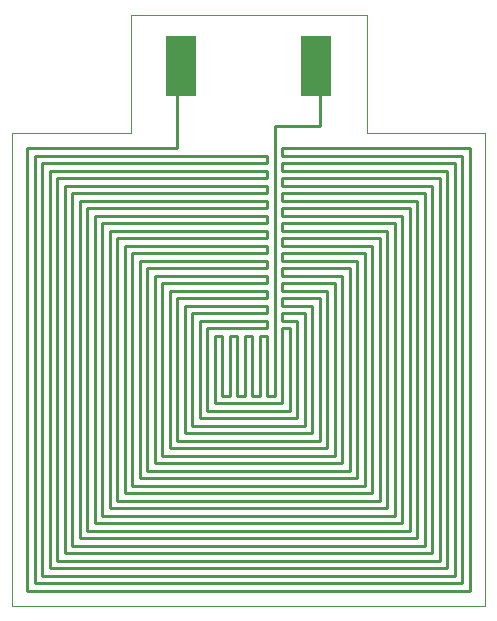
<source format=gtl>
G75*
%MOIN*%
%OFA0B0*%
%FSLAX24Y24*%
%IPPOS*%
%LPD*%
%AMOC8*
5,1,8,0,0,1.08239X$1,22.5*
%
%ADD10C,0.0039*%
%ADD11R,0.1000X0.2000*%
%ADD12C,0.0098*%
D10*
X001158Y000120D02*
X016906Y000120D01*
X016906Y015868D01*
X012969Y015868D01*
X012969Y019805D01*
X005095Y019805D01*
X005095Y015868D01*
X001158Y015868D01*
X001158Y000120D01*
D11*
X006783Y018120D03*
X011283Y018120D03*
D12*
X011283Y017370D01*
X011408Y017370D01*
X011408Y016120D01*
X009908Y016120D01*
X009908Y007120D01*
X009658Y007120D01*
X009658Y009120D01*
X009408Y009120D01*
X009408Y007120D01*
X009158Y007120D01*
X009158Y009120D01*
X008908Y009120D01*
X008908Y007120D01*
X008658Y007120D01*
X008658Y009120D01*
X008408Y009120D01*
X008408Y007120D01*
X008158Y007120D01*
X008158Y009120D01*
X007908Y009120D01*
X007908Y006870D01*
X010158Y006870D01*
X010158Y009370D01*
X010408Y009370D01*
X010408Y006620D01*
X007658Y006620D01*
X007658Y009370D01*
X009658Y009370D01*
X009658Y009620D01*
X007408Y009620D01*
X007408Y006370D01*
X010658Y006370D01*
X010658Y009620D01*
X010158Y009620D01*
X010158Y009870D01*
X010908Y009870D01*
X010908Y006120D01*
X007158Y006120D01*
X007158Y009870D01*
X009658Y009870D01*
X009658Y010120D01*
X006908Y010120D01*
X006908Y005870D01*
X011158Y005870D01*
X011158Y010120D01*
X010158Y010120D01*
X010158Y010370D01*
X011408Y010370D01*
X011408Y005620D01*
X006658Y005620D01*
X006658Y010370D01*
X009658Y010370D01*
X009658Y010620D01*
X006408Y010620D01*
X006408Y005370D01*
X011658Y005370D01*
X011658Y010620D01*
X010158Y010620D01*
X010158Y010870D01*
X011908Y010870D01*
X011908Y005120D01*
X006158Y005120D01*
X006158Y010870D01*
X009658Y010870D01*
X009658Y011120D01*
X005908Y011120D01*
X005908Y004870D01*
X012158Y004870D01*
X012158Y011120D01*
X010158Y011120D01*
X010158Y011370D01*
X012408Y011370D01*
X012408Y004620D01*
X005658Y004620D01*
X005658Y011370D01*
X009658Y011370D01*
X009658Y011620D01*
X005408Y011620D01*
X005408Y004370D01*
X012658Y004370D01*
X012658Y011620D01*
X010158Y011620D01*
X010158Y011870D01*
X012908Y011870D01*
X012908Y004120D01*
X005158Y004120D01*
X005158Y011870D01*
X009658Y011870D01*
X009658Y012120D01*
X004908Y012120D01*
X004908Y003870D01*
X013158Y003870D01*
X013158Y012120D01*
X010158Y012120D01*
X010158Y012370D01*
X013408Y012370D01*
X013408Y003620D01*
X004658Y003620D01*
X004658Y012370D01*
X009658Y012370D01*
X009658Y012620D01*
X004408Y012620D01*
X004408Y003370D01*
X013658Y003370D01*
X013658Y012620D01*
X010158Y012620D01*
X010158Y012870D01*
X013908Y012870D01*
X013908Y003120D01*
X004158Y003120D01*
X004158Y012870D01*
X009658Y012870D01*
X009658Y013120D01*
X003908Y013120D01*
X003908Y002870D01*
X014158Y002870D01*
X014158Y013120D01*
X010158Y013120D01*
X010158Y013370D01*
X014408Y013370D01*
X014408Y002620D01*
X003658Y002620D01*
X003658Y013370D01*
X009658Y013370D01*
X009658Y013620D01*
X003408Y013620D01*
X003408Y002370D01*
X014658Y002370D01*
X014658Y013620D01*
X010158Y013620D01*
X010158Y013870D01*
X014908Y013870D01*
X014908Y002120D01*
X003158Y002120D01*
X003158Y013870D01*
X009658Y013870D01*
X009658Y014120D01*
X002908Y014120D01*
X002908Y001870D01*
X015158Y001870D01*
X015158Y014120D01*
X010158Y014120D01*
X010158Y014370D01*
X015408Y014370D01*
X015408Y001620D01*
X002658Y001620D01*
X002658Y014370D01*
X009658Y014370D01*
X009658Y014620D01*
X002408Y014620D01*
X002408Y001370D01*
X015658Y001370D01*
X015658Y014620D01*
X010158Y014620D01*
X010158Y014870D01*
X015908Y014870D01*
X015908Y001120D01*
X002158Y001120D01*
X002158Y014870D01*
X009658Y014870D01*
X009658Y015120D01*
X001908Y015120D01*
X001908Y000870D01*
X016158Y000870D01*
X016158Y015120D01*
X010158Y015120D01*
X010158Y015370D01*
X016408Y015370D01*
X016408Y000620D01*
X001658Y000620D01*
X001658Y015370D01*
X006658Y015370D01*
X006658Y018120D01*
X006783Y018120D01*
M02*

</source>
